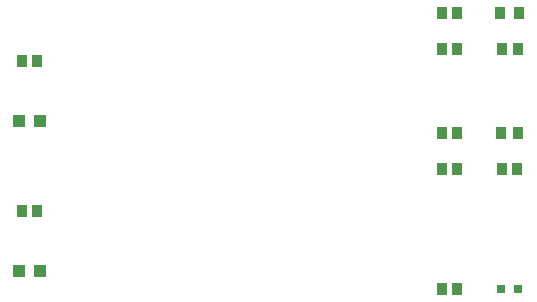
<source format=gtp>
G04 Layer_Color=7318015*
%FSLAX25Y25*%
%MOIN*%
G70*
G01*
G75*
%ADD10R,0.03740X0.04134*%
%ADD11R,0.03543X0.03937*%
%ADD12R,0.04400X0.04000*%
%ADD13R,0.03000X0.03000*%
%ADD14R,0.03740X0.03937*%
%ADD15R,0.03543X0.04134*%
D10*
X392756Y296000D02*
D03*
X387244D02*
D03*
D11*
X372559Y244000D02*
D03*
X367441D02*
D03*
X232559Y320000D02*
D03*
X227441D02*
D03*
X232559Y270000D02*
D03*
X227441D02*
D03*
X372559Y284000D02*
D03*
X367441D02*
D03*
X372559Y296000D02*
D03*
X367441D02*
D03*
X372559Y336000D02*
D03*
X367441D02*
D03*
X372559Y324000D02*
D03*
X367441D02*
D03*
X392559Y284000D02*
D03*
X387441D02*
D03*
D12*
X233347Y250000D02*
D03*
X226600D02*
D03*
X233347Y300000D02*
D03*
X226600D02*
D03*
D13*
X387250Y244000D02*
D03*
X392750D02*
D03*
D14*
X386850Y336000D02*
D03*
X393150D02*
D03*
D15*
X392657Y324000D02*
D03*
X387343D02*
D03*
M02*

</source>
